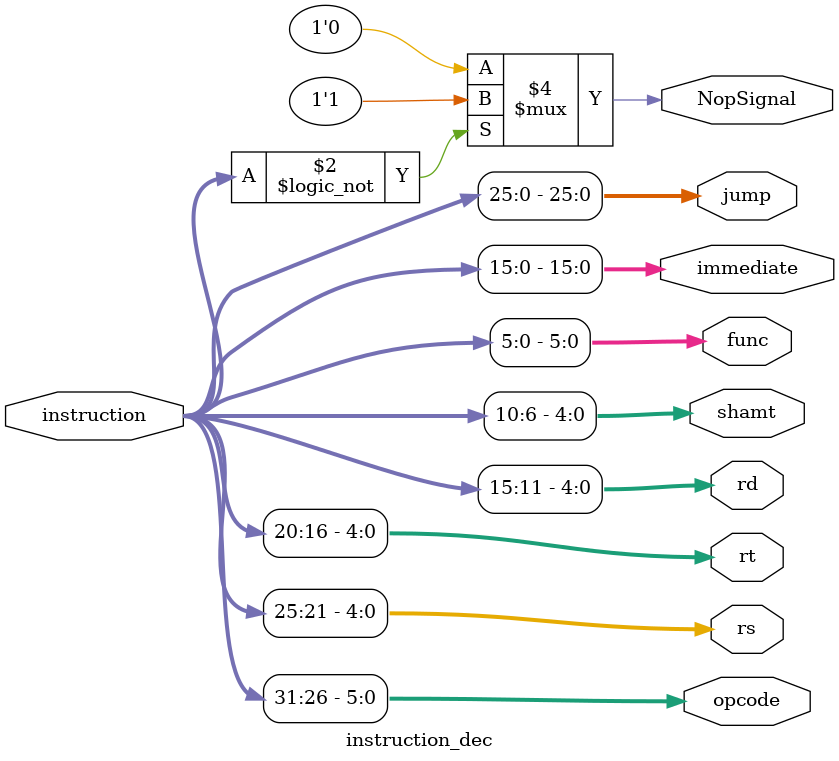
<source format=v>


module instruction_dec (
    instruction,
    opcode,
    rs,
    rt,
    rd,
    shamt,
    func,
    immediate, 
    jump,
    NopSignal
);
// Decode segments of 32bits encoded instruction
// 
// instruction: 32 bits
// rs = Signal(intbv(0)[5:])       #instruction 25:21  - to read_reg_1
// rt = Signal(intbv(0)[5:])       #instruction 20:16  - to read_reg_2 and mux controlled by RegDst
// rd = Signal(intbv(0)[5:])       #instruction 15:11  - to the mux controlled by RegDst
// shamt = Signal(intbv(0)[5:])    #instruction 10:6   -
// func = Signal(intbv(0)[6:])     #instruction 5:0    - to ALUCtrl
// address = Signal(intbv(0)[16:]) #instruction 15:0   - to Sign Extend

input [31:0] instruction;
output [5:0] opcode;
reg [5:0] opcode;
output [4:0] rs;
reg [4:0] rs;
output [4:0] rt;
reg [4:0] rt;
output [4:0] rd;
reg [4:0] rd;
output [4:0] shamt;
reg [4:0] shamt;
output [5:0] func;
reg [5:0] func;
output [15:0]immediate;
reg [15:0] immediate;
output [25:0] jump;
reg [25:0] jump;
output [0:0] NopSignal;
reg [0:0] NopSignal;

always @(instruction) begin: INSTRUCTION_DEC_DECODE
    opcode = instruction[32-1:26];
    rs = instruction[26-1:21];
    rt = instruction[21-1:16];
    rd = instruction[16-1:11];
    shamt = instruction[11-1:6];
    func = instruction[6-1:0];
    immediate = $signed(instruction[16-1:0]);
    jump = instruction[26-1:0];
    if ((instruction == 0)) begin
        NopSignal = 1;
    end
    else begin
        NopSignal = 0;
    end
end

endmodule

</source>
